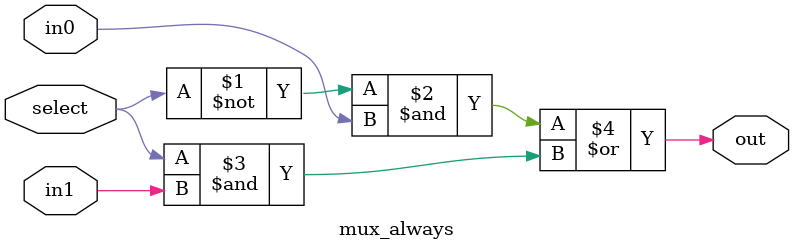
<source format=v>
module mux_always(
                in0      , //input 
                in1      , //input
                select   , //select line 
                out        //output
                )        ;

//port declaration

input in0, in1       ;
input select         ;
output out           ;


assign out = (~select & in0) | (select & in1)   ;  //logical expression

endmodule

</source>
